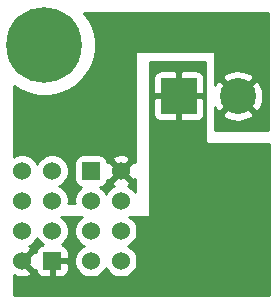
<source format=gtl>
G04 #@! TF.GenerationSoftware,KiCad,Pcbnew,(5.1.5)-3*
G04 #@! TF.CreationDate,2022-05-04T20:17:43+02:00*
G04 #@! TF.ProjectId,wa2amp,77613261-6d70-42e6-9b69-6361645f7063,0432 -*
G04 #@! TF.SameCoordinates,Original*
G04 #@! TF.FileFunction,Copper,L1,Top*
G04 #@! TF.FilePolarity,Positive*
%FSLAX46Y46*%
G04 Gerber Fmt 4.6, Leading zero omitted, Abs format (unit mm)*
G04 Created by KiCad (PCBNEW (5.1.5)-3) date 2022-05-04 20:17:43*
%MOMM*%
%LPD*%
G04 APERTURE LIST*
%ADD10R,3.048000X3.048000*%
%ADD11C,3.048000*%
%ADD12C,1.524000*%
%ADD13R,1.524000X1.524000*%
%ADD14C,6.400800*%
%ADD15C,0.889000*%
%ADD16C,0.254000*%
G04 APERTURE END LIST*
D10*
X131900640Y-82300000D03*
D11*
X136899360Y-82300000D03*
D12*
X118630000Y-88646000D03*
X121170000Y-88646000D03*
X118630000Y-91186000D03*
X121170000Y-91186000D03*
X118630000Y-93726000D03*
X121170000Y-93726000D03*
X118630000Y-96266000D03*
D13*
X121170000Y-96266000D03*
D12*
X127000000Y-96266000D03*
X124460000Y-96266000D03*
X127000000Y-93726000D03*
X124460000Y-93726000D03*
X127000000Y-91186000D03*
X124460000Y-91186000D03*
X127000000Y-88646000D03*
D13*
X124460000Y-88646000D03*
D14*
X120523000Y-77978000D03*
D15*
X133800000Y-88700000D03*
D16*
G36*
X134123000Y-86200000D02*
G01*
X134125440Y-86224776D01*
X134132667Y-86248601D01*
X134144403Y-86270557D01*
X134160197Y-86289803D01*
X134179443Y-86305597D01*
X134201399Y-86317333D01*
X134225224Y-86324560D01*
X134250000Y-86327000D01*
X139574501Y-86327000D01*
X139574500Y-99174500D01*
X117919500Y-99174500D01*
X117919500Y-97475644D01*
X118160048Y-97588756D01*
X118427135Y-97655023D01*
X118702017Y-97667910D01*
X118974133Y-97626922D01*
X119233023Y-97533636D01*
X119348980Y-97471656D01*
X119415960Y-97231565D01*
X118630000Y-96445605D01*
X118615858Y-96459748D01*
X118436253Y-96280143D01*
X118450395Y-96266000D01*
X118436253Y-96251858D01*
X118615858Y-96072253D01*
X118630000Y-96086395D01*
X119415960Y-95300435D01*
X119348980Y-95060344D01*
X119213240Y-94996515D01*
X119291727Y-94964005D01*
X119520535Y-94811120D01*
X119715120Y-94616535D01*
X119868005Y-94387727D01*
X119900000Y-94310485D01*
X119931995Y-94387727D01*
X120084880Y-94616535D01*
X120279465Y-94811120D01*
X120367465Y-94869920D01*
X120283518Y-94878188D01*
X120163820Y-94914498D01*
X120053506Y-94973463D01*
X119956815Y-95052815D01*
X119877463Y-95149506D01*
X119818498Y-95259820D01*
X119782188Y-95379518D01*
X119769928Y-95504000D01*
X119770088Y-95528728D01*
X119595565Y-95480040D01*
X118809605Y-96266000D01*
X119595565Y-97051960D01*
X119770088Y-97003272D01*
X119769928Y-97028000D01*
X119782188Y-97152482D01*
X119818498Y-97272180D01*
X119877463Y-97382494D01*
X119956815Y-97479185D01*
X120053506Y-97558537D01*
X120163820Y-97617502D01*
X120283518Y-97653812D01*
X120408000Y-97666072D01*
X120884250Y-97663000D01*
X121043000Y-97504250D01*
X121043000Y-96393000D01*
X121297000Y-96393000D01*
X121297000Y-97504250D01*
X121455750Y-97663000D01*
X121932000Y-97666072D01*
X122056482Y-97653812D01*
X122176180Y-97617502D01*
X122286494Y-97558537D01*
X122383185Y-97479185D01*
X122462537Y-97382494D01*
X122521502Y-97272180D01*
X122557812Y-97152482D01*
X122570072Y-97028000D01*
X122567000Y-96551750D01*
X122408250Y-96393000D01*
X121297000Y-96393000D01*
X121043000Y-96393000D01*
X121023000Y-96393000D01*
X121023000Y-96139000D01*
X121043000Y-96139000D01*
X121043000Y-96119000D01*
X121297000Y-96119000D01*
X121297000Y-96139000D01*
X122408250Y-96139000D01*
X122567000Y-95980250D01*
X122570072Y-95504000D01*
X122557812Y-95379518D01*
X122521502Y-95259820D01*
X122462537Y-95149506D01*
X122383185Y-95052815D01*
X122286494Y-94973463D01*
X122176180Y-94914498D01*
X122056482Y-94878188D01*
X121972535Y-94869920D01*
X122060535Y-94811120D01*
X122255120Y-94616535D01*
X122408005Y-94387727D01*
X122513314Y-94133490D01*
X122567000Y-93863592D01*
X122567000Y-93588408D01*
X122513314Y-93318510D01*
X122408005Y-93064273D01*
X122255120Y-92835465D01*
X122060535Y-92640880D01*
X121890102Y-92527000D01*
X123739898Y-92527000D01*
X123569465Y-92640880D01*
X123374880Y-92835465D01*
X123221995Y-93064273D01*
X123116686Y-93318510D01*
X123063000Y-93588408D01*
X123063000Y-93863592D01*
X123116686Y-94133490D01*
X123221995Y-94387727D01*
X123374880Y-94616535D01*
X123569465Y-94811120D01*
X123798273Y-94964005D01*
X123875515Y-94996000D01*
X123798273Y-95027995D01*
X123569465Y-95180880D01*
X123374880Y-95375465D01*
X123221995Y-95604273D01*
X123116686Y-95858510D01*
X123063000Y-96128408D01*
X123063000Y-96403592D01*
X123116686Y-96673490D01*
X123221995Y-96927727D01*
X123374880Y-97156535D01*
X123569465Y-97351120D01*
X123798273Y-97504005D01*
X124052510Y-97609314D01*
X124322408Y-97663000D01*
X124597592Y-97663000D01*
X124867490Y-97609314D01*
X125121727Y-97504005D01*
X125350535Y-97351120D01*
X125545120Y-97156535D01*
X125698005Y-96927727D01*
X125730000Y-96850485D01*
X125761995Y-96927727D01*
X125914880Y-97156535D01*
X126109465Y-97351120D01*
X126338273Y-97504005D01*
X126592510Y-97609314D01*
X126862408Y-97663000D01*
X127137592Y-97663000D01*
X127407490Y-97609314D01*
X127661727Y-97504005D01*
X127890535Y-97351120D01*
X128085120Y-97156535D01*
X128238005Y-96927727D01*
X128343314Y-96673490D01*
X128397000Y-96403592D01*
X128397000Y-96128408D01*
X128343314Y-95858510D01*
X128238005Y-95604273D01*
X128085120Y-95375465D01*
X127890535Y-95180880D01*
X127661727Y-95027995D01*
X127584485Y-94996000D01*
X127661727Y-94964005D01*
X127890535Y-94811120D01*
X128085120Y-94616535D01*
X128238005Y-94387727D01*
X128343314Y-94133490D01*
X128397000Y-93863592D01*
X128397000Y-93588408D01*
X128343314Y-93318510D01*
X128238005Y-93064273D01*
X128085120Y-92835465D01*
X127890535Y-92640880D01*
X127720102Y-92527000D01*
X129300000Y-92527000D01*
X129324776Y-92524560D01*
X129348601Y-92517333D01*
X129370557Y-92505597D01*
X129389803Y-92489803D01*
X129405597Y-92470557D01*
X129417333Y-92448601D01*
X129424560Y-92424776D01*
X129427000Y-92400000D01*
X129427000Y-83824000D01*
X129738568Y-83824000D01*
X129750828Y-83948482D01*
X129787138Y-84068180D01*
X129846103Y-84178494D01*
X129925455Y-84275185D01*
X130022146Y-84354537D01*
X130132460Y-84413502D01*
X130252158Y-84449812D01*
X130376640Y-84462072D01*
X131614890Y-84459000D01*
X131773640Y-84300250D01*
X131773640Y-82427000D01*
X132027640Y-82427000D01*
X132027640Y-84300250D01*
X132186390Y-84459000D01*
X133424640Y-84462072D01*
X133549122Y-84449812D01*
X133668820Y-84413502D01*
X133779134Y-84354537D01*
X133875825Y-84275185D01*
X133955177Y-84178494D01*
X134014142Y-84068180D01*
X134050452Y-83948482D01*
X134062712Y-83824000D01*
X134059640Y-82585750D01*
X133900890Y-82427000D01*
X132027640Y-82427000D01*
X131773640Y-82427000D01*
X129900390Y-82427000D01*
X129741640Y-82585750D01*
X129738568Y-83824000D01*
X129427000Y-83824000D01*
X129427000Y-80776000D01*
X129738568Y-80776000D01*
X129741640Y-82014250D01*
X129900390Y-82173000D01*
X131773640Y-82173000D01*
X131773640Y-80299750D01*
X132027640Y-80299750D01*
X132027640Y-82173000D01*
X133900890Y-82173000D01*
X134059640Y-82014250D01*
X134062712Y-80776000D01*
X134050452Y-80651518D01*
X134014142Y-80531820D01*
X133955177Y-80421506D01*
X133875825Y-80324815D01*
X133779134Y-80245463D01*
X133668820Y-80186498D01*
X133549122Y-80150188D01*
X133424640Y-80137928D01*
X132186390Y-80141000D01*
X132027640Y-80299750D01*
X131773640Y-80299750D01*
X131614890Y-80141000D01*
X130376640Y-80137928D01*
X130252158Y-80150188D01*
X130132460Y-80186498D01*
X130022146Y-80245463D01*
X129925455Y-80324815D01*
X129846103Y-80421506D01*
X129787138Y-80531820D01*
X129750828Y-80651518D01*
X129738568Y-80776000D01*
X129427000Y-80776000D01*
X129427000Y-79427000D01*
X134123000Y-79427000D01*
X134123000Y-86200000D01*
G37*
X134123000Y-86200000D02*
X134125440Y-86224776D01*
X134132667Y-86248601D01*
X134144403Y-86270557D01*
X134160197Y-86289803D01*
X134179443Y-86305597D01*
X134201399Y-86317333D01*
X134225224Y-86324560D01*
X134250000Y-86327000D01*
X139574501Y-86327000D01*
X139574500Y-99174500D01*
X117919500Y-99174500D01*
X117919500Y-97475644D01*
X118160048Y-97588756D01*
X118427135Y-97655023D01*
X118702017Y-97667910D01*
X118974133Y-97626922D01*
X119233023Y-97533636D01*
X119348980Y-97471656D01*
X119415960Y-97231565D01*
X118630000Y-96445605D01*
X118615858Y-96459748D01*
X118436253Y-96280143D01*
X118450395Y-96266000D01*
X118436253Y-96251858D01*
X118615858Y-96072253D01*
X118630000Y-96086395D01*
X119415960Y-95300435D01*
X119348980Y-95060344D01*
X119213240Y-94996515D01*
X119291727Y-94964005D01*
X119520535Y-94811120D01*
X119715120Y-94616535D01*
X119868005Y-94387727D01*
X119900000Y-94310485D01*
X119931995Y-94387727D01*
X120084880Y-94616535D01*
X120279465Y-94811120D01*
X120367465Y-94869920D01*
X120283518Y-94878188D01*
X120163820Y-94914498D01*
X120053506Y-94973463D01*
X119956815Y-95052815D01*
X119877463Y-95149506D01*
X119818498Y-95259820D01*
X119782188Y-95379518D01*
X119769928Y-95504000D01*
X119770088Y-95528728D01*
X119595565Y-95480040D01*
X118809605Y-96266000D01*
X119595565Y-97051960D01*
X119770088Y-97003272D01*
X119769928Y-97028000D01*
X119782188Y-97152482D01*
X119818498Y-97272180D01*
X119877463Y-97382494D01*
X119956815Y-97479185D01*
X120053506Y-97558537D01*
X120163820Y-97617502D01*
X120283518Y-97653812D01*
X120408000Y-97666072D01*
X120884250Y-97663000D01*
X121043000Y-97504250D01*
X121043000Y-96393000D01*
X121297000Y-96393000D01*
X121297000Y-97504250D01*
X121455750Y-97663000D01*
X121932000Y-97666072D01*
X122056482Y-97653812D01*
X122176180Y-97617502D01*
X122286494Y-97558537D01*
X122383185Y-97479185D01*
X122462537Y-97382494D01*
X122521502Y-97272180D01*
X122557812Y-97152482D01*
X122570072Y-97028000D01*
X122567000Y-96551750D01*
X122408250Y-96393000D01*
X121297000Y-96393000D01*
X121043000Y-96393000D01*
X121023000Y-96393000D01*
X121023000Y-96139000D01*
X121043000Y-96139000D01*
X121043000Y-96119000D01*
X121297000Y-96119000D01*
X121297000Y-96139000D01*
X122408250Y-96139000D01*
X122567000Y-95980250D01*
X122570072Y-95504000D01*
X122557812Y-95379518D01*
X122521502Y-95259820D01*
X122462537Y-95149506D01*
X122383185Y-95052815D01*
X122286494Y-94973463D01*
X122176180Y-94914498D01*
X122056482Y-94878188D01*
X121972535Y-94869920D01*
X122060535Y-94811120D01*
X122255120Y-94616535D01*
X122408005Y-94387727D01*
X122513314Y-94133490D01*
X122567000Y-93863592D01*
X122567000Y-93588408D01*
X122513314Y-93318510D01*
X122408005Y-93064273D01*
X122255120Y-92835465D01*
X122060535Y-92640880D01*
X121890102Y-92527000D01*
X123739898Y-92527000D01*
X123569465Y-92640880D01*
X123374880Y-92835465D01*
X123221995Y-93064273D01*
X123116686Y-93318510D01*
X123063000Y-93588408D01*
X123063000Y-93863592D01*
X123116686Y-94133490D01*
X123221995Y-94387727D01*
X123374880Y-94616535D01*
X123569465Y-94811120D01*
X123798273Y-94964005D01*
X123875515Y-94996000D01*
X123798273Y-95027995D01*
X123569465Y-95180880D01*
X123374880Y-95375465D01*
X123221995Y-95604273D01*
X123116686Y-95858510D01*
X123063000Y-96128408D01*
X123063000Y-96403592D01*
X123116686Y-96673490D01*
X123221995Y-96927727D01*
X123374880Y-97156535D01*
X123569465Y-97351120D01*
X123798273Y-97504005D01*
X124052510Y-97609314D01*
X124322408Y-97663000D01*
X124597592Y-97663000D01*
X124867490Y-97609314D01*
X125121727Y-97504005D01*
X125350535Y-97351120D01*
X125545120Y-97156535D01*
X125698005Y-96927727D01*
X125730000Y-96850485D01*
X125761995Y-96927727D01*
X125914880Y-97156535D01*
X126109465Y-97351120D01*
X126338273Y-97504005D01*
X126592510Y-97609314D01*
X126862408Y-97663000D01*
X127137592Y-97663000D01*
X127407490Y-97609314D01*
X127661727Y-97504005D01*
X127890535Y-97351120D01*
X128085120Y-97156535D01*
X128238005Y-96927727D01*
X128343314Y-96673490D01*
X128397000Y-96403592D01*
X128397000Y-96128408D01*
X128343314Y-95858510D01*
X128238005Y-95604273D01*
X128085120Y-95375465D01*
X127890535Y-95180880D01*
X127661727Y-95027995D01*
X127584485Y-94996000D01*
X127661727Y-94964005D01*
X127890535Y-94811120D01*
X128085120Y-94616535D01*
X128238005Y-94387727D01*
X128343314Y-94133490D01*
X128397000Y-93863592D01*
X128397000Y-93588408D01*
X128343314Y-93318510D01*
X128238005Y-93064273D01*
X128085120Y-92835465D01*
X127890535Y-92640880D01*
X127720102Y-92527000D01*
X129300000Y-92527000D01*
X129324776Y-92524560D01*
X129348601Y-92517333D01*
X129370557Y-92505597D01*
X129389803Y-92489803D01*
X129405597Y-92470557D01*
X129417333Y-92448601D01*
X129424560Y-92424776D01*
X129427000Y-92400000D01*
X129427000Y-83824000D01*
X129738568Y-83824000D01*
X129750828Y-83948482D01*
X129787138Y-84068180D01*
X129846103Y-84178494D01*
X129925455Y-84275185D01*
X130022146Y-84354537D01*
X130132460Y-84413502D01*
X130252158Y-84449812D01*
X130376640Y-84462072D01*
X131614890Y-84459000D01*
X131773640Y-84300250D01*
X131773640Y-82427000D01*
X132027640Y-82427000D01*
X132027640Y-84300250D01*
X132186390Y-84459000D01*
X133424640Y-84462072D01*
X133549122Y-84449812D01*
X133668820Y-84413502D01*
X133779134Y-84354537D01*
X133875825Y-84275185D01*
X133955177Y-84178494D01*
X134014142Y-84068180D01*
X134050452Y-83948482D01*
X134062712Y-83824000D01*
X134059640Y-82585750D01*
X133900890Y-82427000D01*
X132027640Y-82427000D01*
X131773640Y-82427000D01*
X129900390Y-82427000D01*
X129741640Y-82585750D01*
X129738568Y-83824000D01*
X129427000Y-83824000D01*
X129427000Y-80776000D01*
X129738568Y-80776000D01*
X129741640Y-82014250D01*
X129900390Y-82173000D01*
X131773640Y-82173000D01*
X131773640Y-80299750D01*
X132027640Y-80299750D01*
X132027640Y-82173000D01*
X133900890Y-82173000D01*
X134059640Y-82014250D01*
X134062712Y-80776000D01*
X134050452Y-80651518D01*
X134014142Y-80531820D01*
X133955177Y-80421506D01*
X133875825Y-80324815D01*
X133779134Y-80245463D01*
X133668820Y-80186498D01*
X133549122Y-80150188D01*
X133424640Y-80137928D01*
X132186390Y-80141000D01*
X132027640Y-80299750D01*
X131773640Y-80299750D01*
X131614890Y-80141000D01*
X130376640Y-80137928D01*
X130252158Y-80150188D01*
X130132460Y-80186498D01*
X130022146Y-80245463D01*
X129925455Y-80324815D01*
X129846103Y-80421506D01*
X129787138Y-80531820D01*
X129750828Y-80651518D01*
X129738568Y-80776000D01*
X129427000Y-80776000D01*
X129427000Y-79427000D01*
X134123000Y-79427000D01*
X134123000Y-86200000D01*
G36*
X139473000Y-85173000D02*
G01*
X134927000Y-85173000D01*
X134927000Y-83808740D01*
X135570225Y-83808740D01*
X135729124Y-84126758D01*
X136107992Y-84319959D01*
X136517273Y-84435534D01*
X136941236Y-84469042D01*
X137363590Y-84419194D01*
X137768104Y-84287908D01*
X138069596Y-84126758D01*
X138228495Y-83808740D01*
X136899360Y-82479605D01*
X135570225Y-83808740D01*
X134927000Y-83808740D01*
X134927000Y-83197832D01*
X135072602Y-83470236D01*
X135390620Y-83629135D01*
X136719755Y-82300000D01*
X137078965Y-82300000D01*
X138408100Y-83629135D01*
X138726118Y-83470236D01*
X138919319Y-83091368D01*
X139034894Y-82682087D01*
X139068402Y-82258124D01*
X139018554Y-81835770D01*
X138887268Y-81431256D01*
X138726118Y-81129764D01*
X138408100Y-80970865D01*
X137078965Y-82300000D01*
X136719755Y-82300000D01*
X135390620Y-80970865D01*
X135072602Y-81129764D01*
X134927000Y-81415290D01*
X134927000Y-80791260D01*
X135570225Y-80791260D01*
X136899360Y-82120395D01*
X138228495Y-80791260D01*
X138069596Y-80473242D01*
X137690728Y-80280041D01*
X137281447Y-80164466D01*
X136857484Y-80130958D01*
X136435130Y-80180806D01*
X136030616Y-80312092D01*
X135729124Y-80473242D01*
X135570225Y-80791260D01*
X134927000Y-80791260D01*
X134927000Y-78600000D01*
X134924560Y-78575224D01*
X134917333Y-78551399D01*
X134905597Y-78529443D01*
X134889803Y-78510197D01*
X134870557Y-78494403D01*
X134848601Y-78482667D01*
X134824776Y-78475440D01*
X134800000Y-78473000D01*
X128300000Y-78473000D01*
X128275224Y-78475440D01*
X128251399Y-78482667D01*
X128229443Y-78494403D01*
X128210197Y-78510197D01*
X128194403Y-78529443D01*
X128182667Y-78551399D01*
X128175440Y-78575224D01*
X128173000Y-78600000D01*
X128173000Y-87917910D01*
X127965565Y-87860040D01*
X127179605Y-88646000D01*
X127965565Y-89431960D01*
X128173000Y-89374090D01*
X128173000Y-90426986D01*
X128085120Y-90295465D01*
X127890535Y-90100880D01*
X127661727Y-89947995D01*
X127590057Y-89918308D01*
X127603023Y-89913636D01*
X127718980Y-89851656D01*
X127785960Y-89611565D01*
X127000000Y-88825605D01*
X126214040Y-89611565D01*
X126281020Y-89851656D01*
X126416760Y-89915485D01*
X126338273Y-89947995D01*
X126109465Y-90100880D01*
X125914880Y-90295465D01*
X125761995Y-90524273D01*
X125730000Y-90601515D01*
X125698005Y-90524273D01*
X125545120Y-90295465D01*
X125350535Y-90100880D01*
X125262535Y-90042080D01*
X125346482Y-90033812D01*
X125466180Y-89997502D01*
X125576494Y-89938537D01*
X125673185Y-89859185D01*
X125752537Y-89762494D01*
X125811502Y-89652180D01*
X125847812Y-89532482D01*
X125860072Y-89408000D01*
X125860072Y-89383317D01*
X126034435Y-89431960D01*
X126820395Y-88646000D01*
X126034435Y-87860040D01*
X125860072Y-87908683D01*
X125860072Y-87884000D01*
X125847812Y-87759518D01*
X125823823Y-87680435D01*
X126214040Y-87680435D01*
X127000000Y-88466395D01*
X127785960Y-87680435D01*
X127718980Y-87440344D01*
X127469952Y-87323244D01*
X127202865Y-87256977D01*
X126927983Y-87244090D01*
X126655867Y-87285078D01*
X126396977Y-87378364D01*
X126281020Y-87440344D01*
X126214040Y-87680435D01*
X125823823Y-87680435D01*
X125811502Y-87639820D01*
X125752537Y-87529506D01*
X125673185Y-87432815D01*
X125576494Y-87353463D01*
X125466180Y-87294498D01*
X125346482Y-87258188D01*
X125222000Y-87245928D01*
X123698000Y-87245928D01*
X123573518Y-87258188D01*
X123453820Y-87294498D01*
X123343506Y-87353463D01*
X123246815Y-87432815D01*
X123167463Y-87529506D01*
X123108498Y-87639820D01*
X123072188Y-87759518D01*
X123059928Y-87884000D01*
X123059928Y-89408000D01*
X123072188Y-89532482D01*
X123108498Y-89652180D01*
X123167463Y-89762494D01*
X123246815Y-89859185D01*
X123343506Y-89938537D01*
X123453820Y-89997502D01*
X123573518Y-90033812D01*
X123657465Y-90042080D01*
X123569465Y-90100880D01*
X123374880Y-90295465D01*
X123221995Y-90524273D01*
X123116686Y-90778510D01*
X123063000Y-91048408D01*
X123063000Y-91323592D01*
X123072828Y-91373000D01*
X122557172Y-91373000D01*
X122567000Y-91323592D01*
X122567000Y-91048408D01*
X122513314Y-90778510D01*
X122408005Y-90524273D01*
X122255120Y-90295465D01*
X122060535Y-90100880D01*
X121831727Y-89947995D01*
X121754485Y-89916000D01*
X121831727Y-89884005D01*
X122060535Y-89731120D01*
X122255120Y-89536535D01*
X122408005Y-89307727D01*
X122513314Y-89053490D01*
X122567000Y-88783592D01*
X122567000Y-88508408D01*
X122513314Y-88238510D01*
X122408005Y-87984273D01*
X122255120Y-87755465D01*
X122060535Y-87560880D01*
X121831727Y-87407995D01*
X121577490Y-87302686D01*
X121307592Y-87249000D01*
X121032408Y-87249000D01*
X120762510Y-87302686D01*
X120508273Y-87407995D01*
X120279465Y-87560880D01*
X120084880Y-87755465D01*
X119931995Y-87984273D01*
X119900000Y-88061515D01*
X119868005Y-87984273D01*
X119715120Y-87755465D01*
X119520535Y-87560880D01*
X119291727Y-87407995D01*
X119037490Y-87302686D01*
X118767592Y-87249000D01*
X118492408Y-87249000D01*
X118222510Y-87302686D01*
X117968273Y-87407995D01*
X117927000Y-87435573D01*
X117927000Y-81448841D01*
X118472848Y-81813566D01*
X119260522Y-82139831D01*
X120096713Y-82306160D01*
X120949287Y-82306160D01*
X121785478Y-82139831D01*
X122573152Y-81813566D01*
X123282041Y-81339901D01*
X123884901Y-80737041D01*
X124358566Y-80028152D01*
X124684831Y-79240478D01*
X124851160Y-78404287D01*
X124851160Y-77551713D01*
X124684831Y-76715522D01*
X124358566Y-75927848D01*
X123903972Y-75247500D01*
X139473000Y-75247500D01*
X139473000Y-85173000D01*
G37*
X139473000Y-85173000D02*
X134927000Y-85173000D01*
X134927000Y-83808740D01*
X135570225Y-83808740D01*
X135729124Y-84126758D01*
X136107992Y-84319959D01*
X136517273Y-84435534D01*
X136941236Y-84469042D01*
X137363590Y-84419194D01*
X137768104Y-84287908D01*
X138069596Y-84126758D01*
X138228495Y-83808740D01*
X136899360Y-82479605D01*
X135570225Y-83808740D01*
X134927000Y-83808740D01*
X134927000Y-83197832D01*
X135072602Y-83470236D01*
X135390620Y-83629135D01*
X136719755Y-82300000D01*
X137078965Y-82300000D01*
X138408100Y-83629135D01*
X138726118Y-83470236D01*
X138919319Y-83091368D01*
X139034894Y-82682087D01*
X139068402Y-82258124D01*
X139018554Y-81835770D01*
X138887268Y-81431256D01*
X138726118Y-81129764D01*
X138408100Y-80970865D01*
X137078965Y-82300000D01*
X136719755Y-82300000D01*
X135390620Y-80970865D01*
X135072602Y-81129764D01*
X134927000Y-81415290D01*
X134927000Y-80791260D01*
X135570225Y-80791260D01*
X136899360Y-82120395D01*
X138228495Y-80791260D01*
X138069596Y-80473242D01*
X137690728Y-80280041D01*
X137281447Y-80164466D01*
X136857484Y-80130958D01*
X136435130Y-80180806D01*
X136030616Y-80312092D01*
X135729124Y-80473242D01*
X135570225Y-80791260D01*
X134927000Y-80791260D01*
X134927000Y-78600000D01*
X134924560Y-78575224D01*
X134917333Y-78551399D01*
X134905597Y-78529443D01*
X134889803Y-78510197D01*
X134870557Y-78494403D01*
X134848601Y-78482667D01*
X134824776Y-78475440D01*
X134800000Y-78473000D01*
X128300000Y-78473000D01*
X128275224Y-78475440D01*
X128251399Y-78482667D01*
X128229443Y-78494403D01*
X128210197Y-78510197D01*
X128194403Y-78529443D01*
X128182667Y-78551399D01*
X128175440Y-78575224D01*
X128173000Y-78600000D01*
X128173000Y-87917910D01*
X127965565Y-87860040D01*
X127179605Y-88646000D01*
X127965565Y-89431960D01*
X128173000Y-89374090D01*
X128173000Y-90426986D01*
X128085120Y-90295465D01*
X127890535Y-90100880D01*
X127661727Y-89947995D01*
X127590057Y-89918308D01*
X127603023Y-89913636D01*
X127718980Y-89851656D01*
X127785960Y-89611565D01*
X127000000Y-88825605D01*
X126214040Y-89611565D01*
X126281020Y-89851656D01*
X126416760Y-89915485D01*
X126338273Y-89947995D01*
X126109465Y-90100880D01*
X125914880Y-90295465D01*
X125761995Y-90524273D01*
X125730000Y-90601515D01*
X125698005Y-90524273D01*
X125545120Y-90295465D01*
X125350535Y-90100880D01*
X125262535Y-90042080D01*
X125346482Y-90033812D01*
X125466180Y-89997502D01*
X125576494Y-89938537D01*
X125673185Y-89859185D01*
X125752537Y-89762494D01*
X125811502Y-89652180D01*
X125847812Y-89532482D01*
X125860072Y-89408000D01*
X125860072Y-89383317D01*
X126034435Y-89431960D01*
X126820395Y-88646000D01*
X126034435Y-87860040D01*
X125860072Y-87908683D01*
X125860072Y-87884000D01*
X125847812Y-87759518D01*
X125823823Y-87680435D01*
X126214040Y-87680435D01*
X127000000Y-88466395D01*
X127785960Y-87680435D01*
X127718980Y-87440344D01*
X127469952Y-87323244D01*
X127202865Y-87256977D01*
X126927983Y-87244090D01*
X126655867Y-87285078D01*
X126396977Y-87378364D01*
X126281020Y-87440344D01*
X126214040Y-87680435D01*
X125823823Y-87680435D01*
X125811502Y-87639820D01*
X125752537Y-87529506D01*
X125673185Y-87432815D01*
X125576494Y-87353463D01*
X125466180Y-87294498D01*
X125346482Y-87258188D01*
X125222000Y-87245928D01*
X123698000Y-87245928D01*
X123573518Y-87258188D01*
X123453820Y-87294498D01*
X123343506Y-87353463D01*
X123246815Y-87432815D01*
X123167463Y-87529506D01*
X123108498Y-87639820D01*
X123072188Y-87759518D01*
X123059928Y-87884000D01*
X123059928Y-89408000D01*
X123072188Y-89532482D01*
X123108498Y-89652180D01*
X123167463Y-89762494D01*
X123246815Y-89859185D01*
X123343506Y-89938537D01*
X123453820Y-89997502D01*
X123573518Y-90033812D01*
X123657465Y-90042080D01*
X123569465Y-90100880D01*
X123374880Y-90295465D01*
X123221995Y-90524273D01*
X123116686Y-90778510D01*
X123063000Y-91048408D01*
X123063000Y-91323592D01*
X123072828Y-91373000D01*
X122557172Y-91373000D01*
X122567000Y-91323592D01*
X122567000Y-91048408D01*
X122513314Y-90778510D01*
X122408005Y-90524273D01*
X122255120Y-90295465D01*
X122060535Y-90100880D01*
X121831727Y-89947995D01*
X121754485Y-89916000D01*
X121831727Y-89884005D01*
X122060535Y-89731120D01*
X122255120Y-89536535D01*
X122408005Y-89307727D01*
X122513314Y-89053490D01*
X122567000Y-88783592D01*
X122567000Y-88508408D01*
X122513314Y-88238510D01*
X122408005Y-87984273D01*
X122255120Y-87755465D01*
X122060535Y-87560880D01*
X121831727Y-87407995D01*
X121577490Y-87302686D01*
X121307592Y-87249000D01*
X121032408Y-87249000D01*
X120762510Y-87302686D01*
X120508273Y-87407995D01*
X120279465Y-87560880D01*
X120084880Y-87755465D01*
X119931995Y-87984273D01*
X119900000Y-88061515D01*
X119868005Y-87984273D01*
X119715120Y-87755465D01*
X119520535Y-87560880D01*
X119291727Y-87407995D01*
X119037490Y-87302686D01*
X118767592Y-87249000D01*
X118492408Y-87249000D01*
X118222510Y-87302686D01*
X117968273Y-87407995D01*
X117927000Y-87435573D01*
X117927000Y-81448841D01*
X118472848Y-81813566D01*
X119260522Y-82139831D01*
X120096713Y-82306160D01*
X120949287Y-82306160D01*
X121785478Y-82139831D01*
X122573152Y-81813566D01*
X123282041Y-81339901D01*
X123884901Y-80737041D01*
X124358566Y-80028152D01*
X124684831Y-79240478D01*
X124851160Y-78404287D01*
X124851160Y-77551713D01*
X124684831Y-76715522D01*
X124358566Y-75927848D01*
X123903972Y-75247500D01*
X139473000Y-75247500D01*
X139473000Y-85173000D01*
M02*

</source>
